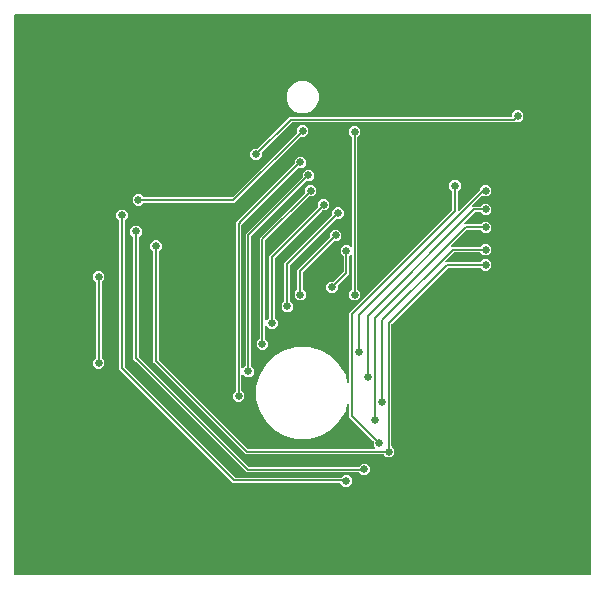
<source format=gbr>
G04 EAGLE Gerber RS-274X export*
G75*
%MOMM*%
%FSLAX34Y34*%
%LPD*%
%INBottom Copper*%
%IPPOS*%
%AMOC8*
5,1,8,0,0,1.08239X$1,22.5*%
G01*
%ADD10C,0.654800*%
%ADD11C,0.152400*%

G36*
X498218Y2544D02*
X498218Y2544D01*
X498237Y2542D01*
X498339Y2564D01*
X498441Y2580D01*
X498458Y2590D01*
X498478Y2594D01*
X498567Y2647D01*
X498658Y2696D01*
X498672Y2710D01*
X498689Y2720D01*
X498756Y2799D01*
X498828Y2874D01*
X498836Y2892D01*
X498849Y2907D01*
X498888Y3003D01*
X498931Y3097D01*
X498933Y3117D01*
X498941Y3135D01*
X498959Y3302D01*
X498959Y476698D01*
X498956Y476718D01*
X498958Y476737D01*
X498936Y476839D01*
X498920Y476941D01*
X498910Y476958D01*
X498906Y476978D01*
X498853Y477067D01*
X498804Y477158D01*
X498790Y477172D01*
X498780Y477189D01*
X498701Y477256D01*
X498626Y477328D01*
X498608Y477336D01*
X498593Y477349D01*
X498497Y477388D01*
X498403Y477431D01*
X498383Y477433D01*
X498365Y477441D01*
X498198Y477459D01*
X11802Y477459D01*
X11782Y477456D01*
X11763Y477458D01*
X11661Y477436D01*
X11559Y477420D01*
X11542Y477410D01*
X11522Y477406D01*
X11433Y477353D01*
X11342Y477304D01*
X11328Y477290D01*
X11311Y477280D01*
X11244Y477201D01*
X11172Y477126D01*
X11164Y477108D01*
X11151Y477093D01*
X11112Y476997D01*
X11069Y476903D01*
X11067Y476883D01*
X11059Y476865D01*
X11041Y476698D01*
X11041Y3302D01*
X11044Y3282D01*
X11042Y3263D01*
X11064Y3161D01*
X11080Y3059D01*
X11090Y3042D01*
X11094Y3022D01*
X11147Y2933D01*
X11196Y2842D01*
X11210Y2828D01*
X11220Y2811D01*
X11299Y2744D01*
X11374Y2672D01*
X11392Y2664D01*
X11407Y2651D01*
X11503Y2612D01*
X11597Y2569D01*
X11617Y2567D01*
X11635Y2559D01*
X11802Y2541D01*
X498198Y2541D01*
X498218Y2544D01*
G37*
%LPC*%
G36*
X326012Y102201D02*
X326012Y102201D01*
X323723Y104490D01*
X323649Y104543D01*
X323580Y104603D01*
X323550Y104615D01*
X323524Y104634D01*
X323437Y104661D01*
X323352Y104695D01*
X323311Y104699D01*
X323288Y104706D01*
X323256Y104705D01*
X323185Y104713D01*
X207053Y104713D01*
X128713Y183053D01*
X128713Y276185D01*
X128699Y276275D01*
X128691Y276366D01*
X128679Y276396D01*
X128674Y276428D01*
X128631Y276508D01*
X128595Y276592D01*
X128569Y276624D01*
X128558Y276645D01*
X128535Y276667D01*
X128490Y276723D01*
X126201Y279012D01*
X126201Y282988D01*
X129012Y285799D01*
X132988Y285799D01*
X135799Y282988D01*
X135799Y279012D01*
X133510Y276723D01*
X133457Y276649D01*
X133397Y276580D01*
X133385Y276550D01*
X133366Y276524D01*
X133339Y276437D01*
X133305Y276352D01*
X133301Y276311D01*
X133294Y276288D01*
X133295Y276256D01*
X133287Y276185D01*
X133287Y185263D01*
X133301Y185172D01*
X133309Y185082D01*
X133321Y185052D01*
X133326Y185020D01*
X133369Y184939D01*
X133405Y184855D01*
X133431Y184823D01*
X133442Y184802D01*
X133465Y184780D01*
X133484Y184756D01*
X133488Y184750D01*
X133492Y184746D01*
X133510Y184724D01*
X208724Y109510D01*
X208798Y109457D01*
X208868Y109397D01*
X208898Y109385D01*
X208924Y109366D01*
X209011Y109339D01*
X209096Y109305D01*
X209137Y109301D01*
X209159Y109294D01*
X209191Y109295D01*
X209263Y109287D01*
X316089Y109287D01*
X316160Y109298D01*
X316231Y109300D01*
X316280Y109318D01*
X316332Y109326D01*
X316395Y109360D01*
X316462Y109385D01*
X316503Y109417D01*
X316549Y109442D01*
X316599Y109494D01*
X316655Y109538D01*
X316683Y109582D01*
X316719Y109620D01*
X316749Y109685D01*
X316788Y109745D01*
X316800Y109796D01*
X316822Y109843D01*
X316830Y109914D01*
X316848Y109984D01*
X316844Y110036D01*
X316849Y110087D01*
X316834Y110158D01*
X316828Y110229D01*
X316808Y110277D01*
X316797Y110328D01*
X316760Y110389D01*
X316732Y110455D01*
X316687Y110511D01*
X316671Y110539D01*
X316653Y110554D01*
X316627Y110586D01*
X315201Y112012D01*
X315201Y115249D01*
X315187Y115340D01*
X315179Y115430D01*
X315167Y115460D01*
X315162Y115492D01*
X315119Y115573D01*
X315083Y115657D01*
X315057Y115689D01*
X315046Y115710D01*
X315023Y115732D01*
X314978Y115788D01*
X294515Y136251D01*
X294515Y147349D01*
X294511Y147373D01*
X294514Y147397D01*
X294492Y147494D01*
X294476Y147592D01*
X294464Y147613D01*
X294459Y147636D01*
X294407Y147721D01*
X294360Y147809D01*
X294343Y147826D01*
X294330Y147846D01*
X294254Y147910D01*
X294182Y147978D01*
X294160Y147989D01*
X294142Y148004D01*
X294049Y148040D01*
X293959Y148082D01*
X293935Y148085D01*
X293913Y148094D01*
X293813Y148098D01*
X293715Y148109D01*
X293691Y148104D01*
X293667Y148105D01*
X293571Y148078D01*
X293474Y148057D01*
X293454Y148045D01*
X293430Y148038D01*
X293348Y147982D01*
X293263Y147931D01*
X293247Y147912D01*
X293228Y147899D01*
X293168Y147819D01*
X293103Y147744D01*
X293094Y147721D01*
X293080Y147702D01*
X293019Y147546D01*
X291380Y141431D01*
X286240Y132528D01*
X278972Y125260D01*
X270069Y120120D01*
X260140Y117459D01*
X249860Y117459D01*
X239931Y120120D01*
X231028Y125260D01*
X223760Y132528D01*
X218620Y141431D01*
X215959Y151360D01*
X215959Y161640D01*
X218620Y171569D01*
X223760Y180472D01*
X231028Y187740D01*
X239931Y192880D01*
X249860Y195541D01*
X260140Y195541D01*
X270069Y192880D01*
X278972Y187740D01*
X286240Y180472D01*
X291380Y171569D01*
X293019Y165454D01*
X293029Y165432D01*
X293033Y165408D01*
X293079Y165321D01*
X293120Y165230D01*
X293136Y165212D01*
X293148Y165191D01*
X293220Y165122D01*
X293287Y165050D01*
X293308Y165038D01*
X293326Y165022D01*
X293416Y164980D01*
X293503Y164932D01*
X293527Y164928D01*
X293549Y164918D01*
X293648Y164907D01*
X293746Y164890D01*
X293770Y164893D01*
X293793Y164891D01*
X293891Y164912D01*
X293989Y164927D01*
X294010Y164938D01*
X294034Y164943D01*
X294119Y164994D01*
X294208Y165040D01*
X294224Y165057D01*
X294245Y165069D01*
X294310Y165145D01*
X294379Y165216D01*
X294389Y165238D01*
X294405Y165256D01*
X294442Y165349D01*
X294485Y165438D01*
X294488Y165462D01*
X294497Y165484D01*
X294515Y165651D01*
X294515Y224749D01*
X381490Y311724D01*
X381543Y311798D01*
X381603Y311868D01*
X381615Y311898D01*
X381634Y311924D01*
X381661Y312011D01*
X381695Y312096D01*
X381699Y312137D01*
X381706Y312159D01*
X381705Y312191D01*
X381713Y312263D01*
X381713Y327185D01*
X381699Y327275D01*
X381691Y327366D01*
X381679Y327396D01*
X381674Y327428D01*
X381631Y327508D01*
X381595Y327592D01*
X381569Y327624D01*
X381558Y327645D01*
X381535Y327667D01*
X381490Y327723D01*
X379201Y330012D01*
X379201Y333988D01*
X382012Y336799D01*
X385988Y336799D01*
X388799Y333988D01*
X388799Y330012D01*
X386510Y327723D01*
X386457Y327649D01*
X386397Y327580D01*
X386385Y327550D01*
X386366Y327524D01*
X386339Y327437D01*
X386305Y327352D01*
X386301Y327311D01*
X386294Y327288D01*
X386295Y327256D01*
X386287Y327185D01*
X386287Y311358D01*
X386298Y311288D01*
X386300Y311216D01*
X386318Y311167D01*
X386326Y311116D01*
X386360Y311052D01*
X386385Y310985D01*
X386417Y310944D01*
X386442Y310898D01*
X386494Y310849D01*
X386538Y310793D01*
X386582Y310765D01*
X386620Y310729D01*
X386685Y310699D01*
X386745Y310660D01*
X386796Y310647D01*
X386843Y310625D01*
X386914Y310617D01*
X386984Y310600D01*
X387036Y310604D01*
X387087Y310598D01*
X387158Y310613D01*
X387229Y310619D01*
X387277Y310639D01*
X387328Y310650D01*
X387389Y310687D01*
X387455Y310715D01*
X387511Y310760D01*
X387539Y310777D01*
X387554Y310794D01*
X387586Y310820D01*
X404978Y328212D01*
X405031Y328286D01*
X405091Y328356D01*
X405103Y328386D01*
X405122Y328412D01*
X405149Y328499D01*
X405183Y328584D01*
X405187Y328625D01*
X405194Y328647D01*
X405193Y328679D01*
X405201Y328751D01*
X405201Y329988D01*
X408012Y332799D01*
X411988Y332799D01*
X414799Y329988D01*
X414799Y326012D01*
X411988Y323201D01*
X408012Y323201D01*
X407762Y323452D01*
X407746Y323463D01*
X407733Y323479D01*
X407646Y323535D01*
X407562Y323595D01*
X407543Y323601D01*
X407526Y323612D01*
X407426Y323637D01*
X407327Y323667D01*
X407307Y323667D01*
X407288Y323672D01*
X407185Y323664D01*
X407081Y323661D01*
X407063Y323654D01*
X407043Y323653D01*
X406948Y323612D01*
X406850Y323577D01*
X406835Y323564D01*
X406816Y323556D01*
X406685Y323452D01*
X398820Y315586D01*
X398778Y315528D01*
X398729Y315476D01*
X398707Y315429D01*
X398677Y315387D01*
X398656Y315318D01*
X398625Y315253D01*
X398620Y315201D01*
X398604Y315151D01*
X398606Y315080D01*
X398598Y315009D01*
X398609Y314958D01*
X398611Y314906D01*
X398635Y314838D01*
X398650Y314768D01*
X398677Y314724D01*
X398695Y314675D01*
X398740Y314619D01*
X398777Y314557D01*
X398816Y314523D01*
X398849Y314483D01*
X398909Y314444D01*
X398964Y314397D01*
X399012Y314378D01*
X399056Y314350D01*
X399125Y314332D01*
X399192Y314305D01*
X399263Y314297D01*
X399294Y314289D01*
X399318Y314291D01*
X399358Y314287D01*
X405185Y314287D01*
X405275Y314301D01*
X405366Y314309D01*
X405396Y314321D01*
X405428Y314326D01*
X405508Y314369D01*
X405592Y314405D01*
X405624Y314431D01*
X405645Y314442D01*
X405667Y314465D01*
X405723Y314510D01*
X408012Y316799D01*
X411988Y316799D01*
X414799Y313988D01*
X414799Y310012D01*
X411988Y307201D01*
X408012Y307201D01*
X405723Y309490D01*
X405649Y309543D01*
X405580Y309603D01*
X405550Y309615D01*
X405524Y309634D01*
X405437Y309661D01*
X405352Y309695D01*
X405311Y309699D01*
X405288Y309706D01*
X405256Y309705D01*
X405185Y309713D01*
X401263Y309713D01*
X401172Y309699D01*
X401082Y309691D01*
X401052Y309679D01*
X401020Y309674D01*
X400939Y309631D01*
X400855Y309595D01*
X400823Y309569D01*
X400802Y309558D01*
X400780Y309535D01*
X400724Y309490D01*
X391820Y300586D01*
X391778Y300528D01*
X391729Y300476D01*
X391707Y300429D01*
X391677Y300387D01*
X391656Y300318D01*
X391625Y300253D01*
X391620Y300201D01*
X391604Y300151D01*
X391606Y300080D01*
X391598Y300009D01*
X391609Y299958D01*
X391611Y299906D01*
X391635Y299838D01*
X391650Y299768D01*
X391677Y299723D01*
X391695Y299675D01*
X391740Y299619D01*
X391777Y299557D01*
X391816Y299523D01*
X391849Y299483D01*
X391909Y299444D01*
X391964Y299397D01*
X392012Y299378D01*
X392056Y299350D01*
X392125Y299332D01*
X392192Y299305D01*
X392263Y299297D01*
X392294Y299289D01*
X392318Y299291D01*
X392358Y299287D01*
X405185Y299287D01*
X405275Y299301D01*
X405366Y299309D01*
X405396Y299321D01*
X405428Y299326D01*
X405508Y299369D01*
X405592Y299405D01*
X405624Y299431D01*
X405645Y299442D01*
X405667Y299465D01*
X405723Y299510D01*
X408012Y301799D01*
X411988Y301799D01*
X414799Y298988D01*
X414799Y295012D01*
X411988Y292201D01*
X408012Y292201D01*
X405723Y294490D01*
X405649Y294543D01*
X405580Y294603D01*
X405550Y294615D01*
X405524Y294634D01*
X405437Y294661D01*
X405352Y294695D01*
X405311Y294699D01*
X405288Y294706D01*
X405256Y294705D01*
X405185Y294713D01*
X394263Y294713D01*
X394172Y294699D01*
X394082Y294691D01*
X394052Y294679D01*
X394020Y294674D01*
X393939Y294631D01*
X393855Y294595D01*
X393823Y294569D01*
X393802Y294558D01*
X393780Y294535D01*
X393724Y294490D01*
X380820Y281586D01*
X380778Y281528D01*
X380729Y281476D01*
X380707Y281429D01*
X380677Y281387D01*
X380656Y281318D01*
X380625Y281253D01*
X380620Y281201D01*
X380604Y281151D01*
X380606Y281080D01*
X380598Y281009D01*
X380609Y280958D01*
X380611Y280906D01*
X380635Y280838D01*
X380650Y280768D01*
X380677Y280723D01*
X380695Y280675D01*
X380740Y280619D01*
X380777Y280557D01*
X380816Y280523D01*
X380849Y280483D01*
X380909Y280444D01*
X380964Y280397D01*
X381012Y280378D01*
X381056Y280350D01*
X381125Y280332D01*
X381192Y280305D01*
X381263Y280297D01*
X381294Y280289D01*
X381318Y280291D01*
X381358Y280287D01*
X405185Y280287D01*
X405275Y280301D01*
X405366Y280309D01*
X405396Y280321D01*
X405428Y280326D01*
X405508Y280369D01*
X405592Y280405D01*
X405624Y280431D01*
X405645Y280442D01*
X405667Y280465D01*
X405723Y280510D01*
X408012Y282799D01*
X411988Y282799D01*
X414799Y279988D01*
X414799Y276012D01*
X411988Y273201D01*
X408012Y273201D01*
X405723Y275490D01*
X405649Y275543D01*
X405580Y275603D01*
X405550Y275615D01*
X405524Y275634D01*
X405437Y275661D01*
X405352Y275695D01*
X405311Y275699D01*
X405288Y275706D01*
X405256Y275705D01*
X405185Y275713D01*
X383263Y275713D01*
X383172Y275699D01*
X383082Y275691D01*
X383052Y275679D01*
X383020Y275674D01*
X382939Y275631D01*
X382855Y275595D01*
X382823Y275569D01*
X382802Y275558D01*
X382780Y275535D01*
X382724Y275490D01*
X375820Y268586D01*
X375778Y268528D01*
X375729Y268476D01*
X375707Y268429D01*
X375677Y268387D01*
X375656Y268318D01*
X375625Y268253D01*
X375620Y268201D01*
X375604Y268151D01*
X375606Y268080D01*
X375598Y268009D01*
X375609Y267958D01*
X375611Y267906D01*
X375635Y267838D01*
X375650Y267768D01*
X375677Y267723D01*
X375695Y267675D01*
X375740Y267619D01*
X375777Y267557D01*
X375816Y267523D01*
X375849Y267483D01*
X375909Y267444D01*
X375964Y267397D01*
X376012Y267378D01*
X376056Y267350D01*
X376125Y267332D01*
X376192Y267305D01*
X376263Y267297D01*
X376294Y267289D01*
X376318Y267291D01*
X376358Y267287D01*
X405185Y267287D01*
X405275Y267301D01*
X405366Y267309D01*
X405396Y267321D01*
X405428Y267326D01*
X405508Y267369D01*
X405592Y267405D01*
X405624Y267431D01*
X405645Y267442D01*
X405667Y267465D01*
X405723Y267510D01*
X408012Y269799D01*
X411988Y269799D01*
X414799Y266988D01*
X414799Y263012D01*
X411988Y260201D01*
X408012Y260201D01*
X405723Y262490D01*
X405649Y262543D01*
X405580Y262603D01*
X405550Y262615D01*
X405524Y262634D01*
X405437Y262661D01*
X405352Y262695D01*
X405311Y262699D01*
X405288Y262706D01*
X405256Y262705D01*
X405185Y262713D01*
X378263Y262713D01*
X378172Y262699D01*
X378082Y262691D01*
X378052Y262679D01*
X378020Y262674D01*
X377939Y262631D01*
X377855Y262595D01*
X377823Y262569D01*
X377802Y262558D01*
X377780Y262535D01*
X377724Y262490D01*
X330510Y215276D01*
X330457Y215202D01*
X330397Y215132D01*
X330385Y215102D01*
X330366Y215076D01*
X330339Y214989D01*
X330305Y214904D01*
X330301Y214863D01*
X330294Y214841D01*
X330295Y214809D01*
X330287Y214737D01*
X330287Y111815D01*
X330301Y111725D01*
X330309Y111634D01*
X330321Y111604D01*
X330326Y111572D01*
X330369Y111492D01*
X330405Y111408D01*
X330431Y111376D01*
X330442Y111355D01*
X330465Y111333D01*
X330510Y111277D01*
X332799Y108988D01*
X332799Y105012D01*
X329988Y102201D01*
X326012Y102201D01*
G37*
%LPD*%
%LPC*%
G36*
X199012Y149201D02*
X199012Y149201D01*
X196201Y152012D01*
X196201Y155988D01*
X198490Y158277D01*
X198543Y158351D01*
X198603Y158420D01*
X198615Y158450D01*
X198634Y158476D01*
X198661Y158563D01*
X198695Y158648D01*
X198699Y158689D01*
X198706Y158712D01*
X198705Y158744D01*
X198713Y158815D01*
X198713Y300947D01*
X247978Y350212D01*
X248031Y350286D01*
X248091Y350356D01*
X248103Y350386D01*
X248122Y350412D01*
X248149Y350499D01*
X248183Y350584D01*
X248187Y350625D01*
X248194Y350647D01*
X248193Y350679D01*
X248201Y350751D01*
X248201Y353988D01*
X251012Y356799D01*
X254988Y356799D01*
X257799Y353988D01*
X257799Y350012D01*
X254988Y347201D01*
X251751Y347201D01*
X251660Y347187D01*
X251570Y347179D01*
X251540Y347167D01*
X251508Y347162D01*
X251427Y347119D01*
X251343Y347083D01*
X251311Y347057D01*
X251290Y347046D01*
X251268Y347023D01*
X251212Y346978D01*
X203510Y299276D01*
X203457Y299202D01*
X203397Y299132D01*
X203385Y299102D01*
X203366Y299076D01*
X203339Y298989D01*
X203305Y298904D01*
X203301Y298863D01*
X203294Y298841D01*
X203295Y298809D01*
X203287Y298737D01*
X203287Y177911D01*
X203298Y177840D01*
X203300Y177769D01*
X203318Y177720D01*
X203326Y177668D01*
X203360Y177605D01*
X203385Y177538D01*
X203417Y177497D01*
X203442Y177451D01*
X203494Y177401D01*
X203538Y177345D01*
X203582Y177317D01*
X203620Y177281D01*
X203685Y177251D01*
X203745Y177212D01*
X203796Y177200D01*
X203843Y177178D01*
X203914Y177170D01*
X203984Y177152D01*
X204036Y177156D01*
X204087Y177151D01*
X204158Y177166D01*
X204229Y177172D01*
X204277Y177192D01*
X204328Y177203D01*
X204389Y177240D01*
X204455Y177268D01*
X204511Y177313D01*
X204539Y177329D01*
X204554Y177347D01*
X204586Y177373D01*
X206490Y179277D01*
X206543Y179351D01*
X206603Y179420D01*
X206615Y179450D01*
X206634Y179476D01*
X206661Y179564D01*
X206695Y179648D01*
X206699Y179689D01*
X206706Y179712D01*
X206705Y179744D01*
X206713Y179815D01*
X206713Y290947D01*
X254978Y339212D01*
X255031Y339286D01*
X255091Y339356D01*
X255103Y339386D01*
X255122Y339412D01*
X255149Y339499D01*
X255183Y339584D01*
X255187Y339625D01*
X255194Y339647D01*
X255193Y339679D01*
X255201Y339751D01*
X255201Y342988D01*
X258012Y345799D01*
X261988Y345799D01*
X264799Y342988D01*
X264799Y339012D01*
X261988Y336201D01*
X258751Y336201D01*
X258660Y336187D01*
X258570Y336179D01*
X258540Y336167D01*
X258508Y336162D01*
X258427Y336119D01*
X258343Y336083D01*
X258311Y336057D01*
X258290Y336046D01*
X258268Y336023D01*
X258212Y335978D01*
X211510Y289276D01*
X211463Y289210D01*
X211452Y289199D01*
X211449Y289193D01*
X211397Y289132D01*
X211385Y289102D01*
X211366Y289076D01*
X211339Y288989D01*
X211305Y288904D01*
X211301Y288863D01*
X211294Y288841D01*
X211295Y288809D01*
X211287Y288737D01*
X211287Y179815D01*
X211301Y179725D01*
X211309Y179634D01*
X211321Y179604D01*
X211326Y179572D01*
X211369Y179492D01*
X211405Y179408D01*
X211431Y179376D01*
X211442Y179355D01*
X211465Y179333D01*
X211510Y179277D01*
X213799Y176988D01*
X213799Y173012D01*
X210988Y170201D01*
X207012Y170201D01*
X204586Y172627D01*
X204528Y172669D01*
X204476Y172719D01*
X204429Y172740D01*
X204387Y172771D01*
X204318Y172792D01*
X204253Y172822D01*
X204201Y172828D01*
X204151Y172843D01*
X204080Y172841D01*
X204009Y172849D01*
X203958Y172838D01*
X203906Y172837D01*
X203838Y172812D01*
X203768Y172797D01*
X203723Y172770D01*
X203675Y172752D01*
X203619Y172708D01*
X203557Y172671D01*
X203523Y172631D01*
X203483Y172599D01*
X203444Y172538D01*
X203397Y172484D01*
X203378Y172436D01*
X203350Y172392D01*
X203332Y172322D01*
X203305Y172256D01*
X203297Y172184D01*
X203289Y172153D01*
X203291Y172130D01*
X203287Y172089D01*
X203287Y158815D01*
X203301Y158725D01*
X203309Y158634D01*
X203321Y158604D01*
X203326Y158572D01*
X203369Y158492D01*
X203405Y158408D01*
X203431Y158376D01*
X203442Y158355D01*
X203465Y158333D01*
X203510Y158277D01*
X205799Y155988D01*
X205799Y152012D01*
X202988Y149201D01*
X199012Y149201D01*
G37*
%LPD*%
%LPC*%
G36*
X290012Y77201D02*
X290012Y77201D01*
X287073Y80140D01*
X286999Y80193D01*
X286930Y80253D01*
X286900Y80265D01*
X286874Y80284D01*
X286787Y80311D01*
X286702Y80345D01*
X286661Y80349D01*
X286638Y80356D01*
X286606Y80355D01*
X286535Y80363D01*
X196304Y80363D01*
X99713Y176954D01*
X99713Y302185D01*
X99699Y302275D01*
X99691Y302366D01*
X99679Y302396D01*
X99674Y302428D01*
X99631Y302508D01*
X99595Y302592D01*
X99569Y302625D01*
X99558Y302645D01*
X99535Y302667D01*
X99490Y302723D01*
X97201Y305012D01*
X97201Y308988D01*
X100012Y311799D01*
X103988Y311799D01*
X106799Y308988D01*
X106799Y305012D01*
X104510Y302723D01*
X104457Y302649D01*
X104397Y302580D01*
X104385Y302550D01*
X104366Y302524D01*
X104339Y302437D01*
X104305Y302352D01*
X104301Y302311D01*
X104294Y302288D01*
X104295Y302256D01*
X104287Y302185D01*
X104287Y179163D01*
X104301Y179073D01*
X104309Y178982D01*
X104321Y178953D01*
X104326Y178921D01*
X104353Y178871D01*
X104354Y178869D01*
X104369Y178840D01*
X104405Y178756D01*
X104431Y178724D01*
X104442Y178703D01*
X104465Y178681D01*
X104470Y178675D01*
X104479Y178660D01*
X104489Y178651D01*
X104510Y178625D01*
X197975Y85160D01*
X198049Y85107D01*
X198119Y85047D01*
X198149Y85035D01*
X198175Y85016D01*
X198262Y84989D01*
X198347Y84955D01*
X198388Y84951D01*
X198410Y84944D01*
X198442Y84945D01*
X198513Y84937D01*
X287835Y84937D01*
X287925Y84951D01*
X288016Y84959D01*
X288046Y84971D01*
X288078Y84976D01*
X288158Y85019D01*
X288242Y85055D01*
X288275Y85081D01*
X288295Y85092D01*
X288317Y85115D01*
X288373Y85160D01*
X290012Y86799D01*
X293988Y86799D01*
X296799Y83988D01*
X296799Y80012D01*
X293988Y77201D01*
X290012Y77201D01*
G37*
%LPD*%
%LPC*%
G36*
X305012Y87201D02*
X305012Y87201D01*
X303025Y89188D01*
X302951Y89241D01*
X302882Y89301D01*
X302852Y89313D01*
X302826Y89332D01*
X302739Y89359D01*
X302654Y89393D01*
X302613Y89397D01*
X302590Y89404D01*
X302558Y89403D01*
X302487Y89411D01*
X207566Y89411D01*
X113276Y183702D01*
X111713Y185264D01*
X111713Y288565D01*
X111699Y288655D01*
X111691Y288746D01*
X111679Y288776D01*
X111674Y288808D01*
X111631Y288888D01*
X111595Y288972D01*
X111569Y289004D01*
X111558Y289025D01*
X111535Y289047D01*
X111490Y289103D01*
X109201Y291392D01*
X109201Y295368D01*
X112012Y298179D01*
X115988Y298179D01*
X118799Y295368D01*
X118799Y291392D01*
X116510Y289103D01*
X116457Y289029D01*
X116397Y288960D01*
X116385Y288930D01*
X116366Y288904D01*
X116339Y288817D01*
X116305Y288732D01*
X116301Y288691D01*
X116294Y288668D01*
X116295Y288636D01*
X116287Y288565D01*
X116287Y187474D01*
X116301Y187384D01*
X116309Y187293D01*
X116321Y187263D01*
X116326Y187231D01*
X116369Y187150D01*
X116405Y187067D01*
X116431Y187034D01*
X116442Y187014D01*
X116465Y186992D01*
X116510Y186936D01*
X209238Y94208D01*
X209312Y94155D01*
X209381Y94095D01*
X209411Y94083D01*
X209437Y94064D01*
X209524Y94037D01*
X209609Y94003D01*
X209650Y93999D01*
X209672Y93992D01*
X209705Y93993D01*
X209776Y93985D01*
X301883Y93985D01*
X301973Y93999D01*
X302064Y94007D01*
X302094Y94019D01*
X302126Y94024D01*
X302206Y94067D01*
X302290Y94103D01*
X302322Y94129D01*
X302343Y94140D01*
X302365Y94163D01*
X302421Y94208D01*
X305012Y96799D01*
X308988Y96799D01*
X311799Y93988D01*
X311799Y90012D01*
X308988Y87201D01*
X305012Y87201D01*
G37*
%LPD*%
%LPC*%
G36*
X219012Y193201D02*
X219012Y193201D01*
X216201Y196012D01*
X216201Y199988D01*
X218490Y202277D01*
X218543Y202351D01*
X218603Y202420D01*
X218615Y202450D01*
X218634Y202476D01*
X218661Y202563D01*
X218695Y202648D01*
X218699Y202689D01*
X218706Y202712D01*
X218705Y202744D01*
X218713Y202815D01*
X218713Y287947D01*
X256978Y326212D01*
X257031Y326286D01*
X257091Y326356D01*
X257103Y326386D01*
X257122Y326412D01*
X257149Y326499D01*
X257183Y326584D01*
X257187Y326625D01*
X257194Y326647D01*
X257193Y326679D01*
X257201Y326751D01*
X257201Y329988D01*
X260012Y332799D01*
X263988Y332799D01*
X266799Y329988D01*
X266799Y326012D01*
X263988Y323201D01*
X260751Y323201D01*
X260660Y323187D01*
X260570Y323179D01*
X260540Y323167D01*
X260508Y323162D01*
X260427Y323119D01*
X260343Y323083D01*
X260311Y323057D01*
X260290Y323046D01*
X260268Y323023D01*
X260212Y322978D01*
X223510Y286276D01*
X223457Y286202D01*
X223397Y286132D01*
X223385Y286102D01*
X223366Y286076D01*
X223339Y285989D01*
X223323Y285948D01*
X223315Y285931D01*
X223314Y285927D01*
X223305Y285904D01*
X223301Y285863D01*
X223294Y285841D01*
X223295Y285809D01*
X223287Y285737D01*
X223287Y218911D01*
X223298Y218840D01*
X223300Y218769D01*
X223318Y218720D01*
X223326Y218668D01*
X223360Y218605D01*
X223385Y218538D01*
X223417Y218497D01*
X223442Y218451D01*
X223494Y218401D01*
X223538Y218345D01*
X223582Y218317D01*
X223620Y218281D01*
X223685Y218251D01*
X223745Y218212D01*
X223796Y218200D01*
X223843Y218178D01*
X223914Y218170D01*
X223984Y218152D01*
X224036Y218156D01*
X224087Y218151D01*
X224158Y218166D01*
X224229Y218172D01*
X224277Y218192D01*
X224328Y218203D01*
X224389Y218240D01*
X224455Y218268D01*
X224511Y218313D01*
X224539Y218329D01*
X224554Y218347D01*
X224586Y218373D01*
X226490Y220277D01*
X226543Y220351D01*
X226603Y220420D01*
X226615Y220450D01*
X226634Y220476D01*
X226661Y220564D01*
X226695Y220648D01*
X226699Y220689D01*
X226706Y220712D01*
X226705Y220744D01*
X226713Y220815D01*
X226713Y272947D01*
X267978Y314212D01*
X268031Y314286D01*
X268091Y314356D01*
X268103Y314386D01*
X268122Y314412D01*
X268149Y314499D01*
X268183Y314584D01*
X268187Y314625D01*
X268194Y314647D01*
X268193Y314679D01*
X268201Y314751D01*
X268201Y317988D01*
X271012Y320799D01*
X274988Y320799D01*
X277799Y317988D01*
X277799Y314012D01*
X274988Y311201D01*
X271751Y311201D01*
X271660Y311187D01*
X271570Y311179D01*
X271540Y311167D01*
X271508Y311162D01*
X271427Y311119D01*
X271343Y311083D01*
X271311Y311057D01*
X271290Y311046D01*
X271268Y311023D01*
X271212Y310978D01*
X231510Y271276D01*
X231457Y271202D01*
X231397Y271132D01*
X231385Y271102D01*
X231366Y271076D01*
X231339Y270989D01*
X231305Y270904D01*
X231301Y270863D01*
X231294Y270841D01*
X231295Y270809D01*
X231287Y270737D01*
X231287Y220815D01*
X231301Y220725D01*
X231309Y220634D01*
X231321Y220604D01*
X231326Y220572D01*
X231369Y220492D01*
X231405Y220408D01*
X231431Y220376D01*
X231442Y220355D01*
X231465Y220333D01*
X231510Y220277D01*
X233799Y217988D01*
X233799Y214012D01*
X230988Y211201D01*
X227012Y211201D01*
X224586Y213627D01*
X224528Y213669D01*
X224476Y213719D01*
X224429Y213740D01*
X224387Y213771D01*
X224318Y213792D01*
X224253Y213822D01*
X224201Y213828D01*
X224151Y213843D01*
X224080Y213841D01*
X224009Y213849D01*
X223958Y213838D01*
X223906Y213837D01*
X223838Y213812D01*
X223768Y213797D01*
X223723Y213770D01*
X223675Y213752D01*
X223619Y213708D01*
X223557Y213671D01*
X223523Y213631D01*
X223483Y213599D01*
X223444Y213538D01*
X223397Y213484D01*
X223378Y213436D01*
X223350Y213392D01*
X223332Y213322D01*
X223305Y213256D01*
X223297Y213184D01*
X223289Y213153D01*
X223291Y213130D01*
X223287Y213089D01*
X223287Y202815D01*
X223301Y202725D01*
X223309Y202634D01*
X223321Y202604D01*
X223326Y202572D01*
X223369Y202492D01*
X223405Y202408D01*
X223431Y202376D01*
X223442Y202355D01*
X223465Y202333D01*
X223510Y202277D01*
X225799Y199988D01*
X225799Y196012D01*
X222988Y193201D01*
X219012Y193201D01*
G37*
%LPD*%
%LPC*%
G36*
X213612Y353801D02*
X213612Y353801D01*
X210801Y356612D01*
X210801Y360588D01*
X213612Y363399D01*
X216849Y363399D01*
X216940Y363413D01*
X217030Y363421D01*
X217060Y363433D01*
X217092Y363438D01*
X217173Y363481D01*
X217257Y363517D01*
X217289Y363543D01*
X217310Y363554D01*
X217332Y363577D01*
X217388Y363622D01*
X244053Y390287D01*
X431440Y390287D01*
X431460Y390290D01*
X431479Y390288D01*
X431581Y390310D01*
X431683Y390326D01*
X431700Y390336D01*
X431720Y390340D01*
X431809Y390393D01*
X431900Y390442D01*
X431914Y390456D01*
X431931Y390466D01*
X431998Y390545D01*
X432070Y390620D01*
X432078Y390638D01*
X432091Y390653D01*
X432130Y390749D01*
X432173Y390843D01*
X432175Y390863D01*
X432183Y390881D01*
X432201Y391048D01*
X432201Y392988D01*
X435012Y395799D01*
X438988Y395799D01*
X441799Y392988D01*
X441799Y389012D01*
X438988Y386201D01*
X435751Y386201D01*
X435660Y386187D01*
X435570Y386179D01*
X435540Y386167D01*
X435508Y386162D01*
X435427Y386119D01*
X435343Y386083D01*
X435311Y386057D01*
X435290Y386046D01*
X435268Y386023D01*
X435212Y385978D01*
X434947Y385713D01*
X246263Y385713D01*
X246172Y385699D01*
X246082Y385691D01*
X246052Y385679D01*
X246020Y385674D01*
X245939Y385631D01*
X245855Y385595D01*
X245823Y385569D01*
X245802Y385558D01*
X245780Y385535D01*
X245724Y385490D01*
X220622Y360388D01*
X220569Y360314D01*
X220509Y360244D01*
X220497Y360214D01*
X220478Y360188D01*
X220451Y360101D01*
X220417Y360016D01*
X220413Y359975D01*
X220406Y359953D01*
X220407Y359921D01*
X220399Y359849D01*
X220399Y356612D01*
X217588Y353801D01*
X213612Y353801D01*
G37*
%LPD*%
%LPC*%
G36*
X297012Y235201D02*
X297012Y235201D01*
X294201Y238012D01*
X294201Y241988D01*
X296490Y244277D01*
X296543Y244351D01*
X296603Y244420D01*
X296615Y244450D01*
X296634Y244476D01*
X296661Y244563D01*
X296695Y244648D01*
X296699Y244689D01*
X296706Y244712D01*
X296705Y244744D01*
X296713Y244815D01*
X296713Y273089D01*
X296702Y273160D01*
X296700Y273231D01*
X296682Y273280D01*
X296674Y273332D01*
X296640Y273395D01*
X296615Y273462D01*
X296583Y273503D01*
X296558Y273549D01*
X296506Y273599D01*
X296462Y273655D01*
X296418Y273683D01*
X296380Y273719D01*
X296315Y273749D01*
X296255Y273788D01*
X296204Y273800D01*
X296157Y273822D01*
X296086Y273830D01*
X296016Y273848D01*
X295964Y273844D01*
X295913Y273849D01*
X295842Y273834D01*
X295771Y273828D01*
X295723Y273808D01*
X295672Y273797D01*
X295611Y273760D01*
X295545Y273732D01*
X295489Y273687D01*
X295461Y273671D01*
X295446Y273653D01*
X295414Y273627D01*
X294510Y272723D01*
X294457Y272649D01*
X294397Y272580D01*
X294385Y272550D01*
X294366Y272524D01*
X294339Y272436D01*
X294305Y272352D01*
X294301Y272311D01*
X294294Y272288D01*
X294295Y272256D01*
X294287Y272185D01*
X294287Y257053D01*
X285022Y247788D01*
X284969Y247714D01*
X284909Y247644D01*
X284897Y247614D01*
X284878Y247588D01*
X284851Y247501D01*
X284817Y247416D01*
X284813Y247375D01*
X284806Y247353D01*
X284807Y247321D01*
X284799Y247249D01*
X284799Y244012D01*
X281988Y241201D01*
X278012Y241201D01*
X275201Y244012D01*
X275201Y247988D01*
X278012Y250799D01*
X281249Y250799D01*
X281340Y250813D01*
X281430Y250821D01*
X281460Y250833D01*
X281492Y250838D01*
X281573Y250881D01*
X281657Y250917D01*
X281689Y250943D01*
X281710Y250954D01*
X281732Y250977D01*
X281788Y251022D01*
X289490Y258724D01*
X289543Y258798D01*
X289603Y258868D01*
X289615Y258898D01*
X289634Y258924D01*
X289661Y259011D01*
X289695Y259096D01*
X289699Y259137D01*
X289706Y259159D01*
X289705Y259191D01*
X289713Y259263D01*
X289713Y272185D01*
X289699Y272275D01*
X289691Y272366D01*
X289679Y272396D01*
X289674Y272428D01*
X289631Y272508D01*
X289595Y272592D01*
X289569Y272624D01*
X289558Y272645D01*
X289535Y272667D01*
X289490Y272723D01*
X287201Y275012D01*
X287201Y278988D01*
X290012Y281799D01*
X293988Y281799D01*
X295414Y280373D01*
X295472Y280331D01*
X295524Y280281D01*
X295571Y280260D01*
X295613Y280229D01*
X295682Y280208D01*
X295747Y280178D01*
X295799Y280172D01*
X295849Y280157D01*
X295920Y280159D01*
X295991Y280151D01*
X296042Y280162D01*
X296094Y280163D01*
X296162Y280188D01*
X296232Y280203D01*
X296277Y280230D01*
X296325Y280248D01*
X296381Y280292D01*
X296443Y280329D01*
X296477Y280369D01*
X296517Y280401D01*
X296556Y280462D01*
X296603Y280516D01*
X296622Y280564D01*
X296650Y280608D01*
X296668Y280678D01*
X296695Y280744D01*
X296703Y280816D01*
X296711Y280847D01*
X296709Y280870D01*
X296713Y280911D01*
X296713Y373185D01*
X296699Y373275D01*
X296691Y373366D01*
X296679Y373396D01*
X296674Y373428D01*
X296631Y373508D01*
X296595Y373592D01*
X296569Y373624D01*
X296558Y373645D01*
X296535Y373667D01*
X296490Y373723D01*
X294201Y376012D01*
X294201Y379988D01*
X297012Y382799D01*
X300988Y382799D01*
X303799Y379988D01*
X303799Y376012D01*
X301510Y373723D01*
X301457Y373649D01*
X301397Y373580D01*
X301385Y373550D01*
X301366Y373524D01*
X301339Y373437D01*
X301305Y373352D01*
X301301Y373311D01*
X301294Y373288D01*
X301295Y373256D01*
X301287Y373185D01*
X301287Y244815D01*
X301301Y244725D01*
X301309Y244634D01*
X301321Y244604D01*
X301326Y244572D01*
X301369Y244492D01*
X301405Y244408D01*
X301431Y244376D01*
X301442Y244355D01*
X301465Y244333D01*
X301510Y244277D01*
X303799Y241988D01*
X303799Y238012D01*
X300988Y235201D01*
X297012Y235201D01*
G37*
%LPD*%
%LPC*%
G36*
X114012Y315101D02*
X114012Y315101D01*
X111201Y317912D01*
X111201Y321888D01*
X114012Y324699D01*
X117988Y324699D01*
X120277Y322410D01*
X120351Y322357D01*
X120420Y322297D01*
X120450Y322285D01*
X120476Y322266D01*
X120563Y322239D01*
X120648Y322205D01*
X120689Y322201D01*
X120712Y322194D01*
X120744Y322195D01*
X120815Y322187D01*
X195197Y322187D01*
X195288Y322201D01*
X195378Y322209D01*
X195408Y322221D01*
X195440Y322226D01*
X195521Y322269D01*
X195605Y322305D01*
X195637Y322331D01*
X195658Y322342D01*
X195680Y322365D01*
X195736Y322410D01*
X249978Y376652D01*
X250031Y376726D01*
X250091Y376796D01*
X250103Y376826D01*
X250122Y376852D01*
X250149Y376939D01*
X250183Y377024D01*
X250187Y377065D01*
X250194Y377087D01*
X250193Y377119D01*
X250201Y377191D01*
X250201Y380428D01*
X253012Y383239D01*
X256988Y383239D01*
X259799Y380428D01*
X259799Y376452D01*
X256988Y373641D01*
X253751Y373641D01*
X253660Y373627D01*
X253570Y373619D01*
X253540Y373607D01*
X253508Y373602D01*
X253427Y373559D01*
X253343Y373523D01*
X253311Y373497D01*
X253290Y373486D01*
X253268Y373463D01*
X253212Y373418D01*
X197407Y317613D01*
X120815Y317613D01*
X120725Y317599D01*
X120634Y317591D01*
X120604Y317579D01*
X120572Y317574D01*
X120492Y317531D01*
X120408Y317495D01*
X120376Y317469D01*
X120355Y317458D01*
X120333Y317435D01*
X120277Y317390D01*
X117988Y315101D01*
X114012Y315101D01*
G37*
%LPD*%
%LPC*%
G36*
X252307Y393459D02*
X252307Y393459D01*
X247330Y395521D01*
X243521Y399330D01*
X241459Y404307D01*
X241459Y409693D01*
X243521Y414670D01*
X247330Y418479D01*
X252307Y420541D01*
X257693Y420541D01*
X262670Y418479D01*
X266479Y414670D01*
X268541Y409693D01*
X268541Y404307D01*
X266479Y399330D01*
X262670Y395521D01*
X257693Y393459D01*
X252307Y393459D01*
G37*
%LPD*%
%LPC*%
G36*
X240012Y225201D02*
X240012Y225201D01*
X237201Y228012D01*
X237201Y231988D01*
X239490Y234277D01*
X239543Y234351D01*
X239603Y234420D01*
X239615Y234450D01*
X239634Y234476D01*
X239661Y234563D01*
X239695Y234648D01*
X239699Y234689D01*
X239706Y234712D01*
X239705Y234744D01*
X239713Y234815D01*
X239713Y266947D01*
X279978Y307212D01*
X280031Y307286D01*
X280091Y307356D01*
X280103Y307386D01*
X280122Y307412D01*
X280149Y307499D01*
X280183Y307584D01*
X280187Y307625D01*
X280194Y307647D01*
X280193Y307679D01*
X280201Y307751D01*
X280201Y310988D01*
X283012Y313799D01*
X286988Y313799D01*
X289799Y310988D01*
X289799Y307012D01*
X286988Y304201D01*
X283751Y304201D01*
X283660Y304187D01*
X283570Y304179D01*
X283540Y304167D01*
X283508Y304162D01*
X283427Y304119D01*
X283343Y304083D01*
X283311Y304057D01*
X283290Y304046D01*
X283268Y304023D01*
X283212Y303978D01*
X244510Y265276D01*
X244457Y265202D01*
X244397Y265132D01*
X244385Y265102D01*
X244366Y265076D01*
X244339Y264989D01*
X244305Y264904D01*
X244301Y264863D01*
X244294Y264841D01*
X244295Y264809D01*
X244287Y264737D01*
X244287Y234815D01*
X244301Y234725D01*
X244309Y234634D01*
X244321Y234604D01*
X244326Y234572D01*
X244369Y234492D01*
X244405Y234408D01*
X244431Y234376D01*
X244442Y234355D01*
X244465Y234333D01*
X244510Y234277D01*
X246799Y231988D01*
X246799Y228012D01*
X243988Y225201D01*
X240012Y225201D01*
G37*
%LPD*%
%LPC*%
G36*
X80512Y177201D02*
X80512Y177201D01*
X77701Y180012D01*
X77701Y183988D01*
X79990Y186277D01*
X80043Y186351D01*
X80103Y186420D01*
X80115Y186450D01*
X80134Y186476D01*
X80161Y186563D01*
X80195Y186648D01*
X80199Y186689D01*
X80206Y186712D01*
X80205Y186744D01*
X80213Y186815D01*
X80213Y250185D01*
X80199Y250275D01*
X80191Y250366D01*
X80179Y250396D01*
X80174Y250428D01*
X80131Y250508D01*
X80095Y250592D01*
X80069Y250624D01*
X80058Y250645D01*
X80035Y250667D01*
X79990Y250723D01*
X77701Y253012D01*
X77701Y256988D01*
X80512Y259799D01*
X84488Y259799D01*
X87299Y256988D01*
X87299Y253012D01*
X85010Y250723D01*
X84957Y250649D01*
X84897Y250580D01*
X84885Y250550D01*
X84866Y250524D01*
X84839Y250437D01*
X84805Y250352D01*
X84801Y250311D01*
X84794Y250288D01*
X84795Y250256D01*
X84787Y250185D01*
X84787Y186815D01*
X84801Y186725D01*
X84809Y186634D01*
X84821Y186604D01*
X84826Y186572D01*
X84869Y186492D01*
X84905Y186408D01*
X84931Y186376D01*
X84942Y186355D01*
X84965Y186333D01*
X85010Y186277D01*
X87299Y183988D01*
X87299Y180012D01*
X84488Y177201D01*
X80512Y177201D01*
G37*
%LPD*%
%LPC*%
G36*
X251012Y235201D02*
X251012Y235201D01*
X248201Y238012D01*
X248201Y241988D01*
X250490Y244277D01*
X250543Y244351D01*
X250603Y244420D01*
X250615Y244450D01*
X250634Y244476D01*
X250661Y244563D01*
X250695Y244648D01*
X250699Y244689D01*
X250706Y244712D01*
X250705Y244744D01*
X250713Y244815D01*
X250713Y260947D01*
X277978Y288212D01*
X278031Y288286D01*
X278091Y288356D01*
X278103Y288386D01*
X278122Y288412D01*
X278149Y288499D01*
X278183Y288584D01*
X278187Y288625D01*
X278194Y288647D01*
X278193Y288679D01*
X278201Y288751D01*
X278201Y291988D01*
X281012Y294799D01*
X284988Y294799D01*
X287799Y291988D01*
X287799Y288012D01*
X284988Y285201D01*
X281751Y285201D01*
X281660Y285187D01*
X281570Y285179D01*
X281540Y285167D01*
X281508Y285162D01*
X281427Y285119D01*
X281343Y285083D01*
X281311Y285057D01*
X281290Y285046D01*
X281268Y285023D01*
X281212Y284978D01*
X255510Y259276D01*
X255457Y259202D01*
X255397Y259132D01*
X255385Y259102D01*
X255366Y259076D01*
X255339Y258989D01*
X255305Y258904D01*
X255301Y258863D01*
X255294Y258841D01*
X255295Y258809D01*
X255287Y258737D01*
X255287Y244815D01*
X255301Y244725D01*
X255309Y244634D01*
X255321Y244604D01*
X255326Y244572D01*
X255369Y244492D01*
X255405Y244408D01*
X255431Y244376D01*
X255442Y244355D01*
X255465Y244333D01*
X255510Y244277D01*
X257799Y241988D01*
X257799Y238012D01*
X254988Y235201D01*
X251012Y235201D01*
G37*
%LPD*%
D10*
X488000Y87000D03*
X230000Y452000D03*
D11*
X389000Y452000D02*
X390000Y453000D01*
D10*
X368300Y185000D03*
X127000Y400000D03*
X179500Y402000D03*
D11*
X181000Y402000D01*
D10*
X280000Y246000D03*
D11*
X292000Y258000D02*
X292000Y277000D01*
X292000Y258000D02*
X280000Y246000D01*
D10*
X292000Y277000D03*
X253000Y240000D03*
D11*
X253000Y260000D01*
X283000Y290000D01*
D10*
X283000Y290000D03*
X242000Y230000D03*
D11*
X242000Y266000D01*
X285000Y309000D01*
D10*
X285000Y309000D03*
X229000Y216000D03*
X273000Y316000D03*
D11*
X229000Y272000D02*
X229000Y216000D01*
X229000Y272000D02*
X273000Y316000D01*
D10*
X82500Y182000D03*
D11*
X82500Y255000D01*
D10*
X82500Y255000D03*
X328000Y107000D03*
D11*
X377000Y265000D02*
X410000Y265000D01*
X377000Y265000D02*
X328000Y216000D01*
X328000Y107000D01*
D10*
X410000Y265000D03*
D11*
X208000Y107000D02*
X131000Y184000D01*
X208000Y107000D02*
X328000Y107000D01*
D10*
X131000Y281000D03*
D11*
X131000Y184000D01*
D10*
X307000Y92000D03*
X114000Y293380D03*
D11*
X307000Y92000D02*
X306698Y91698D01*
X208513Y91698D01*
X114000Y186211D01*
X114000Y293380D01*
D10*
X292000Y82000D03*
X102000Y307000D03*
D11*
X289000Y82000D02*
X292000Y82000D01*
X289000Y82000D02*
X288350Y82650D01*
X197251Y82650D01*
X102000Y177901D01*
X102000Y307000D01*
D10*
X384000Y332000D03*
D11*
X384000Y311000D01*
X296802Y223802D01*
X296802Y137198D01*
X320000Y114000D01*
D10*
X320000Y114000D03*
X116000Y319900D03*
D11*
X196460Y319900D01*
X255000Y378440D01*
D10*
X255000Y378440D03*
X437000Y391000D03*
D11*
X245000Y388000D02*
X215600Y358600D01*
D10*
X215600Y358600D03*
D11*
X434000Y388000D02*
X437000Y391000D01*
X434000Y388000D02*
X245000Y388000D01*
D10*
X221000Y198000D03*
D11*
X221000Y287000D01*
X262000Y328000D01*
D10*
X262000Y328000D03*
X209000Y175000D03*
D11*
X209000Y290000D02*
X260000Y341000D01*
X209000Y290000D02*
X209000Y175000D01*
D10*
X260000Y341000D03*
D11*
X253000Y352000D02*
X203000Y302000D01*
D10*
X253000Y352000D03*
D11*
X203000Y302000D02*
X201000Y300000D01*
X201000Y154000D01*
D10*
X201000Y154000D03*
X303000Y191000D03*
D11*
X303000Y193000D02*
X303000Y223000D01*
X303000Y193000D02*
X303000Y191000D01*
X408000Y328000D02*
X410000Y328000D01*
X408000Y328000D02*
X303000Y223000D01*
D10*
X410000Y328000D03*
X310000Y170000D03*
D11*
X310000Y171000D01*
X310000Y222000D01*
X400000Y312000D02*
X410000Y312000D01*
X400000Y312000D02*
X310000Y222000D01*
D10*
X410000Y312000D03*
X322000Y149000D03*
D11*
X322000Y218000D01*
X382000Y278000D02*
X410000Y278000D01*
X382000Y278000D02*
X322000Y218000D01*
D10*
X410000Y278000D03*
X316000Y134000D03*
D11*
X316000Y136000D02*
X316000Y220000D01*
X316000Y136000D02*
X316000Y134000D01*
D10*
X410000Y297000D03*
D11*
X393000Y297000D01*
X316000Y220000D01*
D10*
X299000Y240000D03*
X299000Y378000D03*
D11*
X299000Y240000D01*
M02*

</source>
